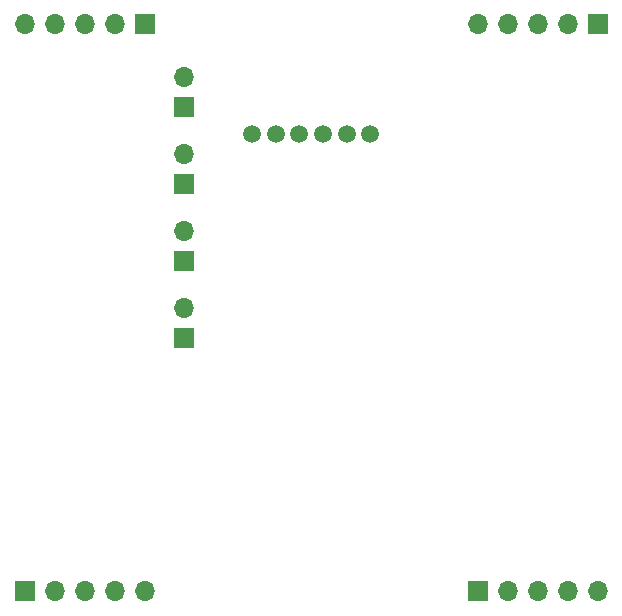
<source format=gbr>
%TF.GenerationSoftware,KiCad,Pcbnew,7.0.7-7.0.7~ubuntu22.04.1*%
%TF.CreationDate,2023-10-06T15:12:17+02:00*%
%TF.ProjectId,ShotClockDisplayPCB,53686f74-436c-46f6-936b-446973706c61,rev?*%
%TF.SameCoordinates,Original*%
%TF.FileFunction,Soldermask,Bot*%
%TF.FilePolarity,Negative*%
%FSLAX46Y46*%
G04 Gerber Fmt 4.6, Leading zero omitted, Abs format (unit mm)*
G04 Created by KiCad (PCBNEW 7.0.7-7.0.7~ubuntu22.04.1) date 2023-10-06 15:12:17*
%MOMM*%
%LPD*%
G01*
G04 APERTURE LIST*
%ADD10R,1.700000X1.700000*%
%ADD11O,1.700000X1.700000*%
%ADD12C,1.500000*%
G04 APERTURE END LIST*
D10*
%TO.C,J2*%
X41750000Y-41525000D03*
D11*
X41750000Y-38985000D03*
%TD*%
D10*
%TO.C,J5*%
X28250000Y-76000000D03*
D11*
X30790000Y-76000000D03*
X33330000Y-76000000D03*
X35870000Y-76000000D03*
X38410000Y-76000000D03*
%TD*%
D10*
%TO.C,J4*%
X41750000Y-54525000D03*
D11*
X41750000Y-51985000D03*
%TD*%
D10*
%TO.C,J7*%
X38410000Y-28000000D03*
D11*
X35870000Y-28000000D03*
X33330000Y-28000000D03*
X30790000Y-28000000D03*
X28250000Y-28000000D03*
%TD*%
D12*
%TO.C,U1*%
X57500000Y-37250000D03*
X55500000Y-37250000D03*
X53500000Y-37250000D03*
X51500000Y-37250000D03*
X49500000Y-37250000D03*
X47500000Y-37250000D03*
%TD*%
D10*
%TO.C,J1*%
X41750000Y-35025000D03*
D11*
X41750000Y-32485000D03*
%TD*%
D10*
%TO.C,J3*%
X41750000Y-48025000D03*
D11*
X41750000Y-45485000D03*
%TD*%
D10*
%TO.C,J6*%
X66590000Y-76000000D03*
D11*
X69130000Y-76000000D03*
X71670000Y-76000000D03*
X74210000Y-76000000D03*
X76750000Y-76000000D03*
%TD*%
D10*
%TO.C,J8*%
X76750000Y-28000000D03*
D11*
X74210000Y-28000000D03*
X71670000Y-28000000D03*
X69130000Y-28000000D03*
X66590000Y-28000000D03*
%TD*%
M02*

</source>
